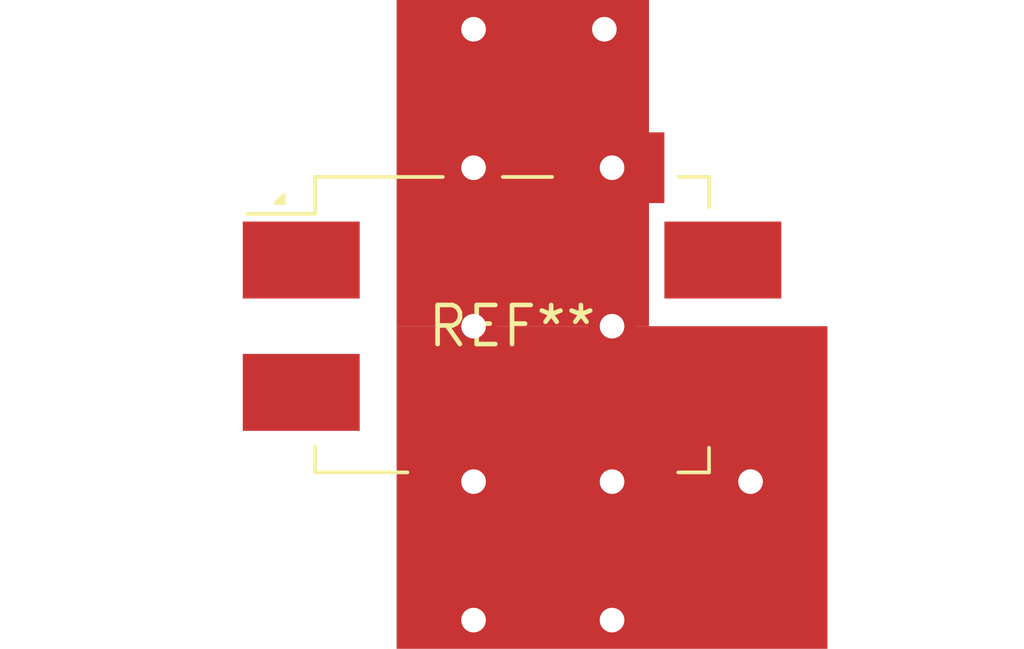
<source format=kicad_pcb>
(kicad_pcb (version 20240108) (generator pcbnew)
  (layers (0 "F.Cu" signal) (31 "B.Cu" signal) (34 "B.Paste" user) (35 "F.Paste" user) (36 "B.SilkS" user "B.Silkscreen") (37 "F.SilkS" user "F.Silkscreen") (38 "B.Mask" user) (39 "F.Mask" user) (44 "Edge.Cuts" user))
  (net 0 "")
  (footprint "Filter_Murata_BNX025_ThermalVias" (layer "F.Cu") (at 0 0)
    (property "Reference" "REF**")
    (property "Value" "Filter_Murata_BNX025_ThermalVias")
    (fp_line (start -6.4 -3.65) (end -8.6 -3.65) (layer "F.SilkS") (stroke (width 0.12)))
    (fp_line (start -6.4 -3.65) (end -6.4 -4.85) (layer "F.SilkS") (stroke (width 0.12)))
    (fp_line (start -6.4 4.75) (end -6.4 3.9) (layer "F.SilkS") (stroke (width 0.12)))
    (fp_line (start -3.4 4.75) (end -6.4 4.75) (layer "F.SilkS") (stroke (width 0.12)))
    (fp_line (start -2.25 -4.85) (end -6.4 -4.85) (layer "F.SilkS") (stroke (width 0.12)))
    (fp_line (start 1.3 -4.85) (end -0.3 -4.85) (layer "F.SilkS") (stroke (width 0.12)))
    (fp_line (start 5.4 4.75) (end 6.4 4.75) (layer "F.SilkS") (stroke (width 0.12)))
    (fp_line (start 6.4 -4.85) (end 5.4 -4.85) (layer "F.SilkS") (stroke (width 0.12)))
    (fp_line (start 6.4 -3.85) (end 6.4 -4.85) (layer "F.SilkS") (stroke (width 0.12)))
    (fp_line (start 6.4 4.75) (end 6.4 3.95) (layer "F.SilkS") (stroke (width 0.12)))
    (fp_poly (pts (xy -7.415 -4) (xy -7.695 -4) (xy -7.415 -4.28) (xy -7.415 -4)) (layer "F.SilkS") (stroke (width 0.12)) (fill solid))
    (pad "1" smd rect (at -6.85 -2.15) (size 3.8 2.5) (layers "F.Cu" "F.Paste" "F.Mask"))
    (pad "2" smd rect (at 6.85 -2.15) (size 3.8 2.5) (layers "F.Cu" "F.Paste" "F.Mask") (clearance 0.5))
    (pad "3" smd rect (at -6.85 2.15) (size 3.8 2.5) (layers "F.Cu" "F.Paste" "F.Mask"))
    (pad "4" thru_hole circle (at -1.25 -9.65) (size 1.524 1.524) (drill 0.8) (layers *.Cu) (remove_unused_layers))
    (pad "4" thru_hole circle (at -1.25 -5.15) (size 1.524 1.524) (drill 0.8) (layers *.Cu) (remove_unused_layers))
    (pad "4" thru_hole circle (at -1.25 0) (size 1.524 1.524) (drill 0.8) (layers *.Cu) (remove_unused_layers))
    (pad "4" thru_hole circle (at -1.25 5.05) (size 1.524 1.524) (drill 0.8) (layers *.Cu) (remove_unused_layers))
    (pad "4" thru_hole circle (at -1.25 9.55) (size 1.524 1.524) (drill 0.8) (layers *.Cu) (remove_unused_layers))
    (pad "4" smd rect (at 0.35 -5.3) (size 8.2 10.6) (layers "F.Cu"))
    (pad "4" smd rect (at 1 5.05) (size 7.9 2.3) (layers "F.Cu" "F.Paste" "F.Mask"))
    (pad "4" thru_hole circle (at 3 -9.65) (size 1.524 1.524) (drill 0.8) (layers *.Cu) (remove_unused_layers))
    (pad "4" thru_hole circle (at 3.25 -5.15) (size 1.524 1.524) (drill 0.8) (layers *.Cu) (remove_unused_layers))
    (pad "4" smd rect (at 3.25 -5.15) (size 3.4 2.3) (layers "F.Cu" "F.Paste" "F.Mask"))
    (pad "4" thru_hole circle (at 3.25 0) (size 1.524 1.524) (drill 0.8) (layers *.Cu) (remove_unused_layers))
    (pad "4" thru_hole circle (at 3.25 5.05) (size 1.524 1.524) (drill 0.8) (layers *.Cu) (remove_unused_layers))
    (pad "4" smd rect (at 3.25 5.25) (size 14 10.5) (layers "F.Cu"))
    (pad "4" thru_hole circle (at 3.25 9.55) (size 1.524 1.524) (drill 0.8) (layers *.Cu) (remove_unused_layers))
    (pad "4" smd rect (at 6.85 2.15) (size 3.8 2.5) (layers "F.Cu" "F.Paste" "F.Mask"))
    (pad "4" thru_hole circle (at 7.75 5.05) (size 1.524 1.524) (drill 0.8) (layers *.Cu) (remove_unused_layers))
  )
)
</source>
